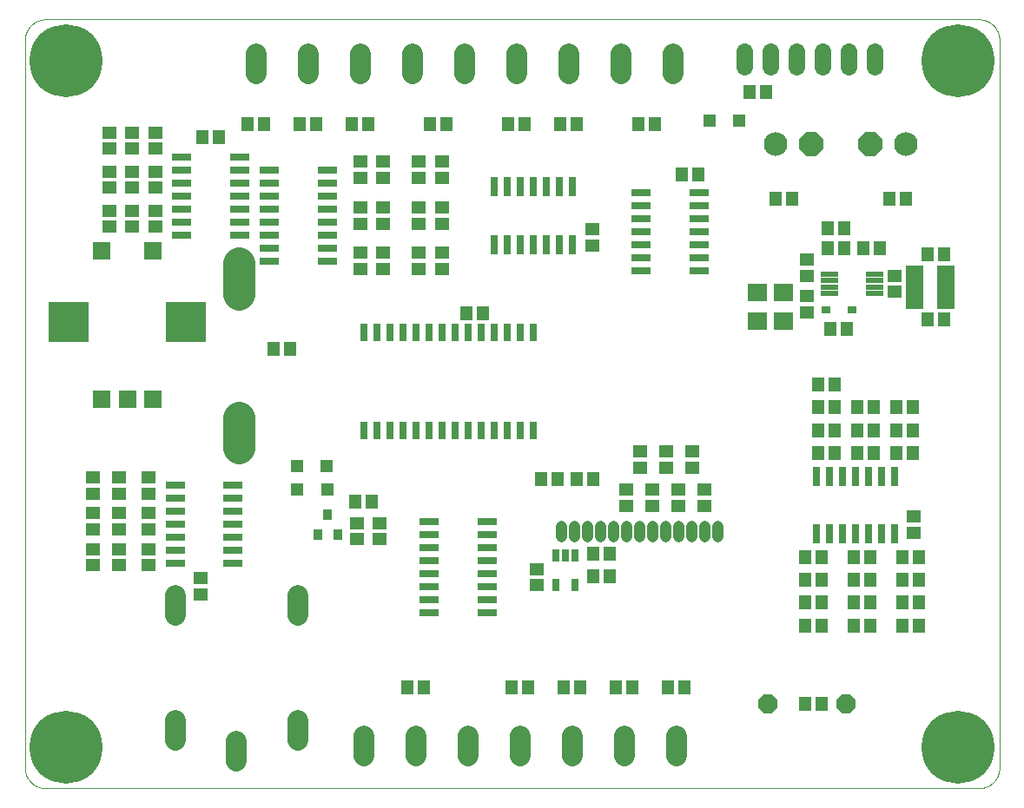
<source format=gts>
G75*
%MOIN*%
%OFA0B0*%
%FSLAX25Y25*%
%IPPOS*%
%LPD*%
%AMOC8*
5,1,8,0,0,1.08239X$1,22.5*
%
%ADD10C,0.00400*%
%ADD11R,0.07093X0.07093*%
%ADD12R,0.15361X0.15361*%
%ADD13R,0.07290X0.03156*%
%ADD14R,0.05518X0.04731*%
%ADD15R,0.04731X0.05518*%
%ADD16C,0.06306*%
%ADD17R,0.02762X0.04731*%
%ADD18C,0.04362*%
%ADD19C,0.12211*%
%ADD20OC8,0.07487*%
%ADD21R,0.06896X0.02172*%
%ADD22R,0.06699X0.16935*%
%ADD23R,0.07487X0.06699*%
%ADD24R,0.04731X0.04731*%
%ADD25C,0.09061*%
%ADD26OC8,0.09061*%
%ADD27R,0.03550X0.02762*%
%ADD28R,0.02959X0.07093*%
%ADD29R,0.03156X0.07290*%
%ADD30R,0.03550X0.04337*%
%ADD31C,0.08077*%
%ADD32C,0.27959*%
D10*
X0036217Y0030429D02*
X0394485Y0030429D01*
X0394675Y0030431D01*
X0394865Y0030438D01*
X0395055Y0030450D01*
X0395245Y0030466D01*
X0395434Y0030486D01*
X0395623Y0030512D01*
X0395811Y0030541D01*
X0395998Y0030576D01*
X0396184Y0030615D01*
X0396369Y0030658D01*
X0396554Y0030706D01*
X0396737Y0030758D01*
X0396918Y0030814D01*
X0397098Y0030875D01*
X0397277Y0030941D01*
X0397454Y0031010D01*
X0397630Y0031084D01*
X0397803Y0031162D01*
X0397975Y0031245D01*
X0398144Y0031331D01*
X0398312Y0031421D01*
X0398477Y0031516D01*
X0398640Y0031614D01*
X0398800Y0031717D01*
X0398958Y0031823D01*
X0399113Y0031933D01*
X0399266Y0032046D01*
X0399416Y0032164D01*
X0399562Y0032285D01*
X0399706Y0032409D01*
X0399847Y0032537D01*
X0399985Y0032668D01*
X0400120Y0032803D01*
X0400251Y0032941D01*
X0400379Y0033082D01*
X0400503Y0033226D01*
X0400624Y0033372D01*
X0400742Y0033522D01*
X0400855Y0033675D01*
X0400965Y0033830D01*
X0401071Y0033988D01*
X0401174Y0034148D01*
X0401272Y0034311D01*
X0401367Y0034476D01*
X0401457Y0034644D01*
X0401543Y0034813D01*
X0401626Y0034985D01*
X0401704Y0035158D01*
X0401778Y0035334D01*
X0401847Y0035511D01*
X0401913Y0035690D01*
X0401974Y0035870D01*
X0402030Y0036051D01*
X0402082Y0036234D01*
X0402130Y0036419D01*
X0402173Y0036604D01*
X0402212Y0036790D01*
X0402247Y0036977D01*
X0402276Y0037165D01*
X0402302Y0037354D01*
X0402322Y0037543D01*
X0402338Y0037733D01*
X0402350Y0037923D01*
X0402357Y0038113D01*
X0402359Y0038303D01*
X0402359Y0317831D01*
X0402357Y0318021D01*
X0402350Y0318211D01*
X0402338Y0318401D01*
X0402322Y0318591D01*
X0402302Y0318780D01*
X0402276Y0318969D01*
X0402247Y0319157D01*
X0402212Y0319344D01*
X0402173Y0319530D01*
X0402130Y0319715D01*
X0402082Y0319900D01*
X0402030Y0320083D01*
X0401974Y0320264D01*
X0401913Y0320444D01*
X0401847Y0320623D01*
X0401778Y0320800D01*
X0401704Y0320976D01*
X0401626Y0321149D01*
X0401543Y0321321D01*
X0401457Y0321490D01*
X0401367Y0321658D01*
X0401272Y0321823D01*
X0401174Y0321986D01*
X0401071Y0322146D01*
X0400965Y0322304D01*
X0400855Y0322459D01*
X0400742Y0322612D01*
X0400624Y0322762D01*
X0400503Y0322908D01*
X0400379Y0323052D01*
X0400251Y0323193D01*
X0400120Y0323331D01*
X0399985Y0323466D01*
X0399847Y0323597D01*
X0399706Y0323725D01*
X0399562Y0323849D01*
X0399416Y0323970D01*
X0399266Y0324088D01*
X0399113Y0324201D01*
X0398958Y0324311D01*
X0398800Y0324417D01*
X0398640Y0324520D01*
X0398477Y0324618D01*
X0398312Y0324713D01*
X0398144Y0324803D01*
X0397975Y0324889D01*
X0397803Y0324972D01*
X0397630Y0325050D01*
X0397454Y0325124D01*
X0397277Y0325193D01*
X0397098Y0325259D01*
X0396918Y0325320D01*
X0396737Y0325376D01*
X0396554Y0325428D01*
X0396369Y0325476D01*
X0396184Y0325519D01*
X0395998Y0325558D01*
X0395811Y0325593D01*
X0395623Y0325622D01*
X0395434Y0325648D01*
X0395245Y0325668D01*
X0395055Y0325684D01*
X0394865Y0325696D01*
X0394675Y0325703D01*
X0394485Y0325705D01*
X0036217Y0325705D01*
X0036027Y0325703D01*
X0035837Y0325696D01*
X0035647Y0325684D01*
X0035457Y0325668D01*
X0035268Y0325648D01*
X0035079Y0325622D01*
X0034891Y0325593D01*
X0034704Y0325558D01*
X0034518Y0325519D01*
X0034333Y0325476D01*
X0034148Y0325428D01*
X0033965Y0325376D01*
X0033784Y0325320D01*
X0033604Y0325259D01*
X0033425Y0325193D01*
X0033248Y0325124D01*
X0033072Y0325050D01*
X0032899Y0324972D01*
X0032727Y0324889D01*
X0032558Y0324803D01*
X0032390Y0324713D01*
X0032225Y0324618D01*
X0032062Y0324520D01*
X0031902Y0324417D01*
X0031744Y0324311D01*
X0031589Y0324201D01*
X0031436Y0324088D01*
X0031286Y0323970D01*
X0031140Y0323849D01*
X0030996Y0323725D01*
X0030855Y0323597D01*
X0030717Y0323466D01*
X0030582Y0323331D01*
X0030451Y0323193D01*
X0030323Y0323052D01*
X0030199Y0322908D01*
X0030078Y0322762D01*
X0029960Y0322612D01*
X0029847Y0322459D01*
X0029737Y0322304D01*
X0029631Y0322146D01*
X0029528Y0321986D01*
X0029430Y0321823D01*
X0029335Y0321658D01*
X0029245Y0321490D01*
X0029159Y0321321D01*
X0029076Y0321149D01*
X0028998Y0320976D01*
X0028924Y0320800D01*
X0028855Y0320623D01*
X0028789Y0320444D01*
X0028728Y0320264D01*
X0028672Y0320083D01*
X0028620Y0319900D01*
X0028572Y0319715D01*
X0028529Y0319530D01*
X0028490Y0319344D01*
X0028455Y0319157D01*
X0028426Y0318969D01*
X0028400Y0318780D01*
X0028380Y0318591D01*
X0028364Y0318401D01*
X0028352Y0318211D01*
X0028345Y0318021D01*
X0028343Y0317831D01*
X0028343Y0038303D01*
X0028345Y0038113D01*
X0028352Y0037923D01*
X0028364Y0037733D01*
X0028380Y0037543D01*
X0028400Y0037354D01*
X0028426Y0037165D01*
X0028455Y0036977D01*
X0028490Y0036790D01*
X0028529Y0036604D01*
X0028572Y0036419D01*
X0028620Y0036234D01*
X0028672Y0036051D01*
X0028728Y0035870D01*
X0028789Y0035690D01*
X0028855Y0035511D01*
X0028924Y0035334D01*
X0028998Y0035158D01*
X0029076Y0034985D01*
X0029159Y0034813D01*
X0029245Y0034644D01*
X0029335Y0034476D01*
X0029430Y0034311D01*
X0029528Y0034148D01*
X0029631Y0033988D01*
X0029737Y0033830D01*
X0029847Y0033675D01*
X0029960Y0033522D01*
X0030078Y0033372D01*
X0030199Y0033226D01*
X0030323Y0033082D01*
X0030451Y0032941D01*
X0030582Y0032803D01*
X0030717Y0032668D01*
X0030855Y0032537D01*
X0030996Y0032409D01*
X0031140Y0032285D01*
X0031286Y0032164D01*
X0031436Y0032046D01*
X0031589Y0031933D01*
X0031744Y0031823D01*
X0031902Y0031717D01*
X0032062Y0031614D01*
X0032225Y0031516D01*
X0032390Y0031421D01*
X0032558Y0031331D01*
X0032727Y0031245D01*
X0032899Y0031162D01*
X0033072Y0031084D01*
X0033248Y0031010D01*
X0033425Y0030941D01*
X0033604Y0030875D01*
X0033784Y0030814D01*
X0033965Y0030758D01*
X0034148Y0030706D01*
X0034333Y0030658D01*
X0034518Y0030615D01*
X0034704Y0030576D01*
X0034891Y0030541D01*
X0035079Y0030512D01*
X0035268Y0030486D01*
X0035457Y0030466D01*
X0035647Y0030450D01*
X0035837Y0030438D01*
X0036027Y0030431D01*
X0036217Y0030429D01*
D11*
X0057871Y0179839D03*
X0067713Y0179839D03*
X0077556Y0179839D03*
X0077556Y0236925D03*
X0057871Y0236925D03*
D12*
X0045272Y0209366D03*
X0090154Y0209366D03*
D13*
X0122221Y0232929D03*
X0122221Y0237929D03*
X0122221Y0242929D03*
X0122221Y0247929D03*
X0122221Y0252929D03*
X0122221Y0257929D03*
X0122221Y0262929D03*
X0122221Y0267929D03*
X0110715Y0267929D03*
X0110715Y0272929D03*
X0110715Y0262929D03*
X0110715Y0257929D03*
X0110715Y0252929D03*
X0110715Y0247929D03*
X0110715Y0242929D03*
X0088471Y0242929D03*
X0088471Y0247929D03*
X0088471Y0252929D03*
X0088471Y0257929D03*
X0088471Y0262929D03*
X0088471Y0267929D03*
X0088471Y0272929D03*
X0144465Y0267929D03*
X0144465Y0262929D03*
X0144465Y0257929D03*
X0144465Y0252929D03*
X0144465Y0247929D03*
X0144465Y0242929D03*
X0144465Y0237929D03*
X0144465Y0232929D03*
X0108215Y0146679D03*
X0108215Y0141679D03*
X0108215Y0136679D03*
X0108215Y0131679D03*
X0108215Y0126679D03*
X0108215Y0121679D03*
X0108215Y0116679D03*
X0085971Y0116679D03*
X0085971Y0121679D03*
X0085971Y0126679D03*
X0085971Y0131679D03*
X0085971Y0136679D03*
X0085971Y0141679D03*
X0085971Y0146679D03*
X0183471Y0132929D03*
X0183471Y0127929D03*
X0183471Y0122929D03*
X0183471Y0117929D03*
X0183471Y0112929D03*
X0183471Y0107929D03*
X0183471Y0102929D03*
X0183471Y0097929D03*
X0205715Y0097929D03*
X0205715Y0102929D03*
X0205715Y0107929D03*
X0205715Y0112929D03*
X0205715Y0117929D03*
X0205715Y0122929D03*
X0205715Y0127929D03*
X0205715Y0132929D03*
X0264721Y0229179D03*
X0264721Y0234179D03*
X0264721Y0239179D03*
X0264721Y0244179D03*
X0264721Y0249179D03*
X0264721Y0254179D03*
X0264721Y0259179D03*
X0286965Y0259179D03*
X0286965Y0254179D03*
X0286965Y0249179D03*
X0286965Y0244179D03*
X0286965Y0239179D03*
X0286965Y0234179D03*
X0286965Y0229179D03*
D14*
X0246257Y0238766D03*
X0246257Y0245065D03*
X0188343Y0247280D03*
X0188343Y0253579D03*
X0179593Y0253579D03*
X0179593Y0247280D03*
X0165843Y0247280D03*
X0165843Y0253579D03*
X0157093Y0253579D03*
X0157093Y0247280D03*
X0157093Y0236079D03*
X0157093Y0229780D03*
X0165843Y0229780D03*
X0165843Y0236079D03*
X0179593Y0236079D03*
X0179593Y0229780D03*
X0188343Y0229780D03*
X0188343Y0236079D03*
X0188343Y0264780D03*
X0188343Y0271079D03*
X0179593Y0271079D03*
X0179593Y0264780D03*
X0165843Y0264780D03*
X0165843Y0271079D03*
X0157093Y0271079D03*
X0157093Y0264780D03*
X0078343Y0267329D03*
X0078343Y0261030D03*
X0069593Y0261030D03*
X0069593Y0267329D03*
X0060843Y0267329D03*
X0060843Y0261030D03*
X0060843Y0252329D03*
X0060843Y0246030D03*
X0069593Y0246030D03*
X0069593Y0252329D03*
X0078343Y0252329D03*
X0078343Y0246030D03*
X0078343Y0276030D03*
X0078343Y0282329D03*
X0069593Y0282329D03*
X0069593Y0276030D03*
X0060843Y0276030D03*
X0060843Y0282329D03*
X0064593Y0149829D03*
X0064593Y0143530D03*
X0064593Y0136079D03*
X0064593Y0129780D03*
X0064593Y0122329D03*
X0064593Y0116030D03*
X0054593Y0116030D03*
X0054593Y0122329D03*
X0054593Y0129780D03*
X0054593Y0136079D03*
X0054593Y0143530D03*
X0054593Y0149829D03*
X0075843Y0149829D03*
X0075843Y0143530D03*
X0075843Y0136079D03*
X0075843Y0129780D03*
X0075843Y0122329D03*
X0075843Y0116030D03*
X0095843Y0111079D03*
X0095843Y0104780D03*
X0155843Y0126030D03*
X0155843Y0132329D03*
X0164593Y0132329D03*
X0164593Y0126030D03*
X0224790Y0114642D03*
X0224790Y0108343D03*
X0259209Y0138717D03*
X0259209Y0145016D03*
X0269209Y0145016D03*
X0269209Y0138717D03*
X0279209Y0138717D03*
X0279209Y0145016D03*
X0274593Y0153530D03*
X0274593Y0159829D03*
X0264593Y0159829D03*
X0264593Y0153530D03*
X0284593Y0153530D03*
X0284593Y0159829D03*
X0289209Y0145016D03*
X0289209Y0138717D03*
X0369593Y0134829D03*
X0369593Y0128530D03*
X0328314Y0213274D03*
X0328314Y0219573D03*
X0328343Y0227280D03*
X0328343Y0233579D03*
X0362093Y0227329D03*
X0362093Y0221030D03*
D15*
X0374938Y0210459D03*
X0381237Y0210459D03*
X0381237Y0235459D03*
X0374938Y0235459D03*
X0356493Y0237929D03*
X0350194Y0237929D03*
X0342743Y0237929D03*
X0336444Y0237929D03*
X0336444Y0245429D03*
X0342743Y0245429D03*
X0360194Y0256679D03*
X0366493Y0256679D03*
X0322743Y0256679D03*
X0316444Y0256679D03*
X0286877Y0266315D03*
X0280577Y0266315D03*
X0270243Y0285429D03*
X0263944Y0285429D03*
X0240243Y0285429D03*
X0233944Y0285429D03*
X0220243Y0285429D03*
X0213944Y0285429D03*
X0190243Y0285429D03*
X0183944Y0285429D03*
X0160243Y0285429D03*
X0153944Y0285429D03*
X0140243Y0285429D03*
X0133944Y0285429D03*
X0120243Y0285429D03*
X0113944Y0285429D03*
X0102743Y0280429D03*
X0096444Y0280429D03*
X0123944Y0199179D03*
X0130243Y0199179D03*
X0197694Y0212929D03*
X0203993Y0212929D03*
X0226444Y0149179D03*
X0232743Y0149179D03*
X0240194Y0149179D03*
X0246493Y0149179D03*
X0246444Y0120429D03*
X0252743Y0120429D03*
X0252743Y0111679D03*
X0246444Y0111679D03*
X0241493Y0069179D03*
X0235194Y0069179D03*
X0221493Y0069179D03*
X0215194Y0069179D03*
X0181493Y0069179D03*
X0175194Y0069179D03*
X0255194Y0069179D03*
X0261493Y0069179D03*
X0275194Y0069179D03*
X0281493Y0069179D03*
X0327694Y0062929D03*
X0333993Y0062929D03*
X0333993Y0092929D03*
X0327694Y0092929D03*
X0327694Y0101679D03*
X0333993Y0101679D03*
X0333993Y0110429D03*
X0327694Y0110429D03*
X0327694Y0119179D03*
X0333993Y0119179D03*
X0346444Y0119179D03*
X0352743Y0119179D03*
X0352743Y0110429D03*
X0346444Y0110429D03*
X0346444Y0101679D03*
X0352743Y0101679D03*
X0352743Y0092929D03*
X0346444Y0092929D03*
X0365194Y0092929D03*
X0371493Y0092929D03*
X0371493Y0101679D03*
X0365194Y0101679D03*
X0365194Y0110429D03*
X0371493Y0110429D03*
X0371493Y0119179D03*
X0365194Y0119179D03*
X0362694Y0159179D03*
X0368993Y0159179D03*
X0368993Y0167929D03*
X0362694Y0167929D03*
X0353993Y0167929D03*
X0347694Y0167929D03*
X0338993Y0167929D03*
X0332694Y0167929D03*
X0332694Y0159179D03*
X0338993Y0159179D03*
X0347694Y0159179D03*
X0353993Y0159179D03*
X0353993Y0176679D03*
X0347694Y0176679D03*
X0338993Y0176679D03*
X0332694Y0176679D03*
X0332694Y0185429D03*
X0338993Y0185429D03*
X0337438Y0206709D03*
X0343737Y0206709D03*
X0362694Y0176679D03*
X0368993Y0176679D03*
X0312743Y0297929D03*
X0306444Y0297929D03*
X0161493Y0140429D03*
X0155194Y0140429D03*
D16*
X0304593Y0307476D02*
X0304593Y0313382D01*
X0314593Y0313382D02*
X0314593Y0307476D01*
X0324593Y0307476D02*
X0324593Y0313382D01*
X0334593Y0313382D02*
X0334593Y0307476D01*
X0344593Y0307476D02*
X0344593Y0313382D01*
X0354593Y0313382D02*
X0354593Y0307476D01*
D17*
X0239583Y0119691D03*
X0235843Y0119691D03*
X0232103Y0119691D03*
X0232103Y0108667D03*
X0239583Y0108667D03*
D18*
X0238973Y0127267D02*
X0238973Y0131229D01*
X0233973Y0131229D02*
X0233973Y0127267D01*
X0243973Y0127267D02*
X0243973Y0131229D01*
X0248973Y0131229D02*
X0248973Y0127267D01*
X0253973Y0127267D02*
X0253973Y0131229D01*
X0258973Y0131229D02*
X0258973Y0127267D01*
X0263973Y0127267D02*
X0263973Y0131229D01*
X0268973Y0131229D02*
X0268973Y0127267D01*
X0273973Y0127267D02*
X0273973Y0131229D01*
X0278973Y0131229D02*
X0278973Y0127267D01*
X0283973Y0127267D02*
X0283973Y0131229D01*
X0288973Y0131229D02*
X0288973Y0127267D01*
X0293973Y0127267D02*
X0293973Y0131229D01*
D19*
X0110430Y0161138D02*
X0110430Y0172949D01*
X0110430Y0220193D02*
X0110430Y0232004D01*
D20*
X0313343Y0062929D03*
X0343343Y0062929D03*
D21*
X0337182Y0220429D03*
X0337182Y0222929D03*
X0337182Y0225429D03*
X0337182Y0227929D03*
X0354505Y0227929D03*
X0354505Y0225429D03*
X0354505Y0222929D03*
X0354505Y0220429D03*
D22*
X0369938Y0222929D03*
X0381749Y0222929D03*
D23*
X0319593Y0220941D03*
X0309593Y0220941D03*
X0309593Y0209917D03*
X0319593Y0209917D03*
D24*
X0302546Y0286709D03*
X0291129Y0286709D03*
X0144052Y0154179D03*
X0144288Y0145016D03*
X0132871Y0145016D03*
X0132635Y0154179D03*
D25*
X0316453Y0277929D03*
X0366483Y0277929D03*
D26*
X0352703Y0277929D03*
X0330233Y0277929D03*
D27*
X0335922Y0214179D03*
X0345764Y0214179D03*
D28*
X0223343Y0205498D03*
X0218343Y0205498D03*
X0213343Y0205498D03*
X0208343Y0205498D03*
X0203343Y0205498D03*
X0198343Y0205498D03*
X0193343Y0205498D03*
X0188343Y0205498D03*
X0183343Y0205498D03*
X0178343Y0205498D03*
X0173343Y0205498D03*
X0168343Y0205498D03*
X0163343Y0205498D03*
X0158343Y0205498D03*
X0158343Y0167860D03*
X0163343Y0167860D03*
X0168343Y0167860D03*
X0173343Y0167860D03*
X0178343Y0167860D03*
X0183343Y0167860D03*
X0188343Y0167860D03*
X0193343Y0167860D03*
X0198343Y0167860D03*
X0203343Y0167860D03*
X0208343Y0167860D03*
X0213343Y0167860D03*
X0218343Y0167860D03*
X0223343Y0167860D03*
D29*
X0223343Y0239307D03*
X0218343Y0239307D03*
X0213343Y0239307D03*
X0208343Y0239307D03*
X0228343Y0239307D03*
X0233343Y0239307D03*
X0238343Y0239307D03*
X0238343Y0261551D03*
X0233343Y0261551D03*
X0228343Y0261551D03*
X0223343Y0261551D03*
X0218343Y0261551D03*
X0213343Y0261551D03*
X0208343Y0261551D03*
X0332093Y0150301D03*
X0337093Y0150301D03*
X0342093Y0150301D03*
X0347093Y0150301D03*
X0352093Y0150301D03*
X0357093Y0150301D03*
X0362093Y0150301D03*
X0362093Y0128057D03*
X0357093Y0128057D03*
X0352093Y0128057D03*
X0347093Y0128057D03*
X0342093Y0128057D03*
X0337093Y0128057D03*
X0332093Y0128057D03*
D30*
X0148333Y0127742D03*
X0140853Y0127742D03*
X0144593Y0135616D03*
D31*
X0133215Y0104533D02*
X0133215Y0096856D01*
X0133215Y0056502D02*
X0133215Y0048825D01*
X0109593Y0048628D02*
X0109593Y0040951D01*
X0085971Y0048825D02*
X0085971Y0056502D01*
X0085971Y0096856D02*
X0085971Y0104533D01*
X0158343Y0050518D02*
X0158343Y0042841D01*
X0178343Y0042841D02*
X0178343Y0050518D01*
X0198343Y0050518D02*
X0198343Y0042841D01*
X0218343Y0042841D02*
X0218343Y0050518D01*
X0238343Y0050518D02*
X0238343Y0042841D01*
X0258343Y0042841D02*
X0258343Y0050518D01*
X0278343Y0050518D02*
X0278343Y0042841D01*
X0277093Y0304716D02*
X0277093Y0312393D01*
X0257093Y0312393D02*
X0257093Y0304716D01*
X0237093Y0304716D02*
X0237093Y0312393D01*
X0217093Y0312393D02*
X0217093Y0304716D01*
X0197093Y0304716D02*
X0197093Y0312393D01*
X0177093Y0312393D02*
X0177093Y0304716D01*
X0157093Y0304716D02*
X0157093Y0312393D01*
X0137093Y0312393D02*
X0137093Y0304716D01*
X0117093Y0304716D02*
X0117093Y0312393D01*
D32*
X0044091Y0309957D03*
X0044091Y0046177D03*
X0386611Y0046177D03*
X0386611Y0309957D03*
M02*

</source>
